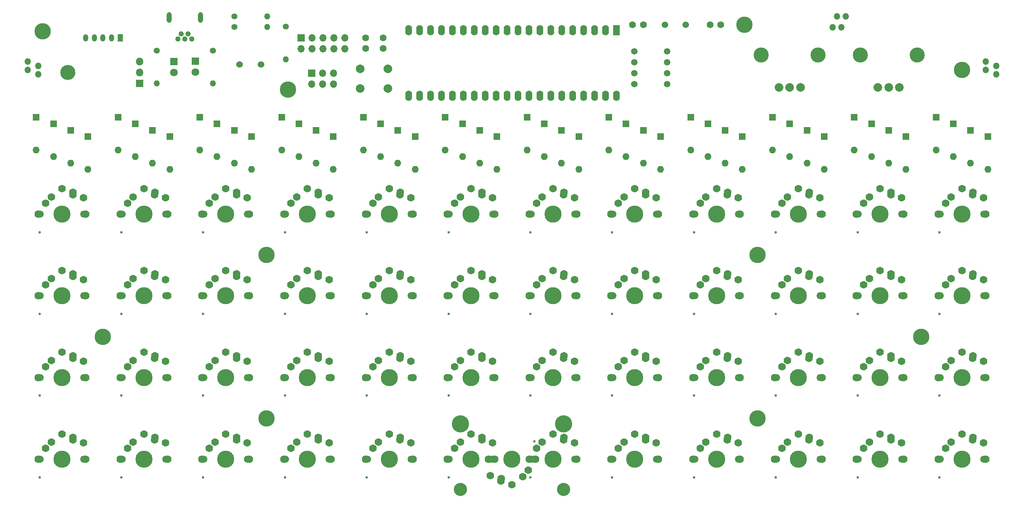
<source format=gts>
G04 #@! TF.FileFunction,Soldermask,Top*
%FSLAX46Y46*%
G04 Gerber Fmt 4.6, Leading zero omitted, Abs format (unit mm)*
G04 Created by KiCad (PCBNEW 4.0.7) date 09/10/18 23:45:49*
%MOMM*%
%LPD*%
G01*
G04 APERTURE LIST*
%ADD10C,0.100000*%
%ADD11C,3.800000*%
%ADD12C,1.500000*%
%ADD13C,1.400000*%
%ADD14O,1.400000X1.400000*%
%ADD15C,1.250000*%
%ADD16O,1.200000X2.500000*%
%ADD17R,1.600000X2.400000*%
%ADD18O,1.600000X2.400000*%
%ADD19C,1.770000*%
%ADD20C,0.600000*%
%ADD21C,1.780000*%
%ADD22C,3.987800*%
%ADD23C,1.680000*%
%ADD24C,2.000000*%
%ADD25C,3.500000*%
%ADD26O,3.500000X3.500000*%
%ADD27R,1.800000X1.800000*%
%ADD28O,1.800000X1.800000*%
%ADD29C,1.600000*%
%ADD30R,1.200000X1.700000*%
%ADD31O,1.200000X1.700000*%
%ADD32R,1.600000X1.600000*%
%ADD33O,1.600000X1.600000*%
%ADD34R,1.700000X1.700000*%
%ADD35O,1.700000X1.700000*%
%ADD36C,3.048000*%
%ADD37C,4.000000*%
%ADD38C,1.800000*%
%ADD39O,1.500000X1.500000*%
%ADD40C,1.524000*%
G04 APERTURE END LIST*
D10*
D11*
X243500000Y-111500000D03*
X202500000Y-39000000D03*
X96500000Y-54000000D03*
X39500000Y-40500000D03*
X205500000Y-92500000D03*
X91500000Y-92500000D03*
X53500000Y-111500000D03*
X91500000Y-130500000D03*
X205500000Y-130500000D03*
D12*
X184520000Y-45190000D03*
X184520000Y-47730000D03*
X184520000Y-50270000D03*
X184520000Y-52810000D03*
X176900000Y-52810000D03*
X176900000Y-50270000D03*
X176900000Y-47730000D03*
X176900000Y-45190000D03*
D13*
X66000000Y-45000000D03*
D14*
X66000000Y-52620000D03*
D13*
X79000000Y-45000000D03*
D14*
X79000000Y-52620000D03*
D15*
X70900000Y-42300000D03*
X71700000Y-41100000D03*
X72500000Y-42300000D03*
X73300000Y-41100000D03*
X74100000Y-42300000D03*
D16*
X68850000Y-37250000D03*
X76150000Y-37250000D03*
D17*
X172760000Y-40260000D03*
D18*
X124500000Y-55500000D03*
X170220000Y-40260000D03*
X127040000Y-55500000D03*
X167680000Y-40260000D03*
X129580000Y-55500000D03*
X165140000Y-40260000D03*
X132120000Y-55500000D03*
X162600000Y-40260000D03*
X134660000Y-55500000D03*
X160060000Y-40260000D03*
X137200000Y-55500000D03*
X157520000Y-40260000D03*
X139740000Y-55500000D03*
X154980000Y-40260000D03*
X142280000Y-55500000D03*
X152440000Y-40260000D03*
X144820000Y-55500000D03*
X149900000Y-40260000D03*
X147360000Y-55500000D03*
X147360000Y-40260000D03*
X149900000Y-55500000D03*
X144820000Y-40260000D03*
X152440000Y-55500000D03*
X142280000Y-40260000D03*
X154980000Y-55500000D03*
X139740000Y-40260000D03*
X157520000Y-55500000D03*
X137200000Y-40260000D03*
X160060000Y-55500000D03*
X134660000Y-40260000D03*
X162600000Y-55500000D03*
X132120000Y-40260000D03*
X165140000Y-55500000D03*
X129580000Y-40260000D03*
X167680000Y-55500000D03*
X127040000Y-40260000D03*
X170220000Y-55500000D03*
X124500000Y-40260000D03*
X172760000Y-55500000D03*
D19*
X41500000Y-79000000D03*
X40190000Y-80460000D03*
X46500000Y-78500000D03*
D20*
X38780000Y-87200000D03*
D19*
X46540000Y-77920000D03*
D21*
X49500000Y-83000000D03*
D19*
X44000000Y-77100000D03*
X49000000Y-79200000D03*
D21*
X38500000Y-83000000D03*
D22*
X44000000Y-83000000D03*
D23*
X49080000Y-83000000D03*
X38920000Y-83000000D03*
D19*
X250500000Y-79000000D03*
X249190000Y-80460000D03*
X255500000Y-78500000D03*
D20*
X247780000Y-87200000D03*
D19*
X255540000Y-77920000D03*
D21*
X258500000Y-83000000D03*
D19*
X253000000Y-77100000D03*
X258000000Y-79200000D03*
D21*
X247500000Y-83000000D03*
D22*
X253000000Y-83000000D03*
D23*
X258080000Y-83000000D03*
X247920000Y-83000000D03*
D19*
X231500000Y-79000000D03*
X230190000Y-80460000D03*
X236500000Y-78500000D03*
D20*
X228780000Y-87200000D03*
D19*
X236540000Y-77920000D03*
D21*
X239500000Y-83000000D03*
D19*
X234000000Y-77100000D03*
X239000000Y-79200000D03*
D21*
X228500000Y-83000000D03*
D22*
X234000000Y-83000000D03*
D23*
X239080000Y-83000000D03*
X228920000Y-83000000D03*
D19*
X212500000Y-79000000D03*
X211190000Y-80460000D03*
X217500000Y-78500000D03*
D20*
X209780000Y-87200000D03*
D19*
X217540000Y-77920000D03*
D21*
X220500000Y-83000000D03*
D19*
X215000000Y-77100000D03*
X220000000Y-79200000D03*
D21*
X209500000Y-83000000D03*
D22*
X215000000Y-83000000D03*
D23*
X220080000Y-83000000D03*
X209920000Y-83000000D03*
D19*
X193500000Y-79000000D03*
X192190000Y-80460000D03*
X198500000Y-78500000D03*
D20*
X190780000Y-87200000D03*
D19*
X198540000Y-77920000D03*
D21*
X201500000Y-83000000D03*
D19*
X196000000Y-77100000D03*
X201000000Y-79200000D03*
D21*
X190500000Y-83000000D03*
D22*
X196000000Y-83000000D03*
D23*
X201080000Y-83000000D03*
X190920000Y-83000000D03*
D19*
X174500000Y-79000000D03*
X173190000Y-80460000D03*
X179500000Y-78500000D03*
D20*
X171780000Y-87200000D03*
D19*
X179540000Y-77920000D03*
D21*
X182500000Y-83000000D03*
D19*
X177000000Y-77100000D03*
X182000000Y-79200000D03*
D21*
X171500000Y-83000000D03*
D22*
X177000000Y-83000000D03*
D23*
X182080000Y-83000000D03*
X171920000Y-83000000D03*
D19*
X155500000Y-79000000D03*
X154190000Y-80460000D03*
X160500000Y-78500000D03*
D20*
X152780000Y-87200000D03*
D19*
X160540000Y-77920000D03*
D21*
X163500000Y-83000000D03*
D19*
X158000000Y-77100000D03*
X163000000Y-79200000D03*
D21*
X152500000Y-83000000D03*
D22*
X158000000Y-83000000D03*
D23*
X163080000Y-83000000D03*
X152920000Y-83000000D03*
D19*
X136500000Y-79000000D03*
X135190000Y-80460000D03*
X141500000Y-78500000D03*
D20*
X133780000Y-87200000D03*
D19*
X141540000Y-77920000D03*
D21*
X144500000Y-83000000D03*
D19*
X139000000Y-77100000D03*
X144000000Y-79200000D03*
D21*
X133500000Y-83000000D03*
D22*
X139000000Y-83000000D03*
D23*
X144080000Y-83000000D03*
X133920000Y-83000000D03*
D19*
X117500000Y-79000000D03*
X116190000Y-80460000D03*
X122500000Y-78500000D03*
D20*
X114780000Y-87200000D03*
D19*
X122540000Y-77920000D03*
D21*
X125500000Y-83000000D03*
D19*
X120000000Y-77100000D03*
X125000000Y-79200000D03*
D21*
X114500000Y-83000000D03*
D22*
X120000000Y-83000000D03*
D23*
X125080000Y-83000000D03*
X114920000Y-83000000D03*
D19*
X98500000Y-79000000D03*
X97190000Y-80460000D03*
X103500000Y-78500000D03*
D20*
X95780000Y-87200000D03*
D19*
X103540000Y-77920000D03*
D21*
X106500000Y-83000000D03*
D19*
X101000000Y-77100000D03*
X106000000Y-79200000D03*
D21*
X95500000Y-83000000D03*
D22*
X101000000Y-83000000D03*
D23*
X106080000Y-83000000D03*
X95920000Y-83000000D03*
D19*
X79500000Y-79000000D03*
X78190000Y-80460000D03*
X84500000Y-78500000D03*
D20*
X76780000Y-87200000D03*
D19*
X84540000Y-77920000D03*
D21*
X87500000Y-83000000D03*
D19*
X82000000Y-77100000D03*
X87000000Y-79200000D03*
D21*
X76500000Y-83000000D03*
D22*
X82000000Y-83000000D03*
D23*
X87080000Y-83000000D03*
X76920000Y-83000000D03*
D19*
X60500000Y-79000000D03*
X59190000Y-80460000D03*
X65500000Y-78500000D03*
D20*
X57780000Y-87200000D03*
D19*
X65540000Y-77920000D03*
D21*
X68500000Y-83000000D03*
D19*
X63000000Y-77100000D03*
X68000000Y-79200000D03*
D21*
X57500000Y-83000000D03*
D22*
X63000000Y-83000000D03*
D23*
X68080000Y-83000000D03*
X57920000Y-83000000D03*
D24*
X236000000Y-53500000D03*
X238500000Y-53500000D03*
X233500000Y-53500000D03*
D25*
X242600000Y-46000000D03*
X229400000Y-46000000D03*
D26*
X45340000Y-50040000D03*
D27*
X62000000Y-52580000D03*
D28*
X62000000Y-50040000D03*
X62000000Y-47500000D03*
D29*
X179000000Y-39000000D03*
X176500000Y-39000000D03*
X194500000Y-39000000D03*
X197000000Y-39000000D03*
D13*
X84000000Y-37000000D03*
D14*
X91620000Y-37000000D03*
D13*
X84000000Y-39500000D03*
D14*
X91620000Y-39500000D03*
D12*
X184000000Y-39000000D03*
X188880000Y-39000000D03*
D29*
X118600000Y-44500000D03*
X118600000Y-42000000D03*
X114500000Y-44500000D03*
X114500000Y-42000000D03*
D30*
X57500000Y-42000000D03*
D31*
X55500000Y-42000000D03*
X53500000Y-42000000D03*
X51500000Y-42000000D03*
X49500000Y-42000000D03*
D13*
X96000000Y-39380000D03*
D14*
X96000000Y-47000000D03*
D32*
X38000000Y-60500000D03*
D33*
X38000000Y-68120000D03*
D32*
X57000000Y-60500000D03*
D33*
X57000000Y-68120000D03*
D32*
X76000000Y-60500000D03*
D33*
X76000000Y-68120000D03*
D32*
X95000000Y-60500000D03*
D33*
X95000000Y-68120000D03*
D32*
X114000000Y-60500000D03*
D33*
X114000000Y-68120000D03*
D32*
X133000000Y-60500000D03*
D33*
X133000000Y-68120000D03*
D32*
X152000000Y-60500000D03*
D33*
X152000000Y-68120000D03*
D32*
X171000000Y-60500000D03*
D33*
X171000000Y-68120000D03*
D32*
X190000000Y-60500000D03*
D33*
X190000000Y-68120000D03*
D32*
X209000000Y-60500000D03*
D33*
X209000000Y-68120000D03*
D32*
X228000000Y-60500000D03*
D33*
X228000000Y-68120000D03*
D32*
X247000000Y-60500000D03*
D33*
X247000000Y-68120000D03*
D32*
X42000000Y-62000000D03*
D33*
X42000000Y-69620000D03*
D32*
X61000000Y-62000000D03*
D33*
X61000000Y-69620000D03*
D32*
X80000000Y-62000000D03*
D33*
X80000000Y-69620000D03*
D32*
X99000000Y-62000000D03*
D33*
X99000000Y-69620000D03*
D32*
X118000000Y-62000000D03*
D33*
X118000000Y-69620000D03*
D32*
X137000000Y-62000000D03*
D33*
X137000000Y-69620000D03*
D32*
X156000000Y-62000000D03*
D33*
X156000000Y-69620000D03*
D32*
X175000000Y-62000000D03*
D33*
X175000000Y-69620000D03*
D32*
X194000000Y-62000000D03*
D33*
X194000000Y-69620000D03*
D32*
X213000000Y-62000000D03*
D33*
X213000000Y-69620000D03*
D32*
X232000000Y-62000000D03*
D33*
X232000000Y-69620000D03*
D32*
X251000000Y-62000000D03*
D33*
X251000000Y-69620000D03*
D32*
X46000000Y-63500000D03*
D33*
X46000000Y-71120000D03*
D32*
X65000000Y-63500000D03*
D33*
X65000000Y-71120000D03*
D32*
X84000000Y-63500000D03*
D33*
X84000000Y-71120000D03*
D32*
X103000000Y-63500000D03*
D33*
X103000000Y-71120000D03*
D32*
X122000000Y-63500000D03*
D33*
X122000000Y-71120000D03*
D32*
X141000000Y-63500000D03*
D33*
X141000000Y-71120000D03*
D32*
X160000000Y-63500000D03*
D33*
X160000000Y-71120000D03*
D32*
X179000000Y-63500000D03*
D33*
X179000000Y-71120000D03*
D32*
X198000000Y-63500000D03*
D33*
X198000000Y-71120000D03*
D32*
X217000000Y-63500000D03*
D33*
X217000000Y-71120000D03*
D32*
X236000000Y-63500000D03*
D33*
X236000000Y-71120000D03*
D32*
X255000000Y-63500000D03*
D33*
X255000000Y-71120000D03*
D32*
X50000000Y-65000000D03*
D33*
X50000000Y-72620000D03*
D32*
X69000000Y-65000000D03*
D33*
X69000000Y-72620000D03*
D32*
X88000000Y-65000000D03*
D33*
X88000000Y-72620000D03*
D32*
X107000000Y-65000000D03*
D33*
X107000000Y-72620000D03*
D32*
X126000000Y-65000000D03*
D33*
X126000000Y-72620000D03*
D32*
X145000000Y-65000000D03*
D33*
X145000000Y-72620000D03*
D32*
X164000000Y-65000000D03*
D33*
X164000000Y-72620000D03*
D32*
X183000000Y-65000000D03*
D33*
X183000000Y-72620000D03*
D32*
X202000000Y-65000000D03*
D33*
X202000000Y-72620000D03*
D32*
X221000000Y-65000000D03*
D33*
X221000000Y-72620000D03*
D32*
X240000000Y-65000000D03*
D33*
X240000000Y-72620000D03*
D32*
X259000000Y-65000000D03*
D33*
X259000000Y-72620000D03*
D19*
X41500000Y-98000000D03*
X40190000Y-99460000D03*
X46500000Y-97500000D03*
D20*
X38780000Y-106200000D03*
D19*
X46540000Y-96920000D03*
D21*
X49500000Y-102000000D03*
D19*
X44000000Y-96100000D03*
X49000000Y-98200000D03*
D21*
X38500000Y-102000000D03*
D22*
X44000000Y-102000000D03*
D23*
X49080000Y-102000000D03*
X38920000Y-102000000D03*
D19*
X60500000Y-98000000D03*
X59190000Y-99460000D03*
X65500000Y-97500000D03*
D20*
X57780000Y-106200000D03*
D19*
X65540000Y-96920000D03*
D21*
X68500000Y-102000000D03*
D19*
X63000000Y-96100000D03*
X68000000Y-98200000D03*
D21*
X57500000Y-102000000D03*
D22*
X63000000Y-102000000D03*
D23*
X68080000Y-102000000D03*
X57920000Y-102000000D03*
D19*
X79500000Y-98000000D03*
X78190000Y-99460000D03*
X84500000Y-97500000D03*
D20*
X76780000Y-106200000D03*
D19*
X84540000Y-96920000D03*
D21*
X87500000Y-102000000D03*
D19*
X82000000Y-96100000D03*
X87000000Y-98200000D03*
D21*
X76500000Y-102000000D03*
D22*
X82000000Y-102000000D03*
D23*
X87080000Y-102000000D03*
X76920000Y-102000000D03*
D19*
X98500000Y-98000000D03*
X97190000Y-99460000D03*
X103500000Y-97500000D03*
D20*
X95780000Y-106200000D03*
D19*
X103540000Y-96920000D03*
D21*
X106500000Y-102000000D03*
D19*
X101000000Y-96100000D03*
X106000000Y-98200000D03*
D21*
X95500000Y-102000000D03*
D22*
X101000000Y-102000000D03*
D23*
X106080000Y-102000000D03*
X95920000Y-102000000D03*
D19*
X117500000Y-98000000D03*
X116190000Y-99460000D03*
X122500000Y-97500000D03*
D20*
X114780000Y-106200000D03*
D19*
X122540000Y-96920000D03*
D21*
X125500000Y-102000000D03*
D19*
X120000000Y-96100000D03*
X125000000Y-98200000D03*
D21*
X114500000Y-102000000D03*
D22*
X120000000Y-102000000D03*
D23*
X125080000Y-102000000D03*
X114920000Y-102000000D03*
D19*
X136500000Y-98000000D03*
X135190000Y-99460000D03*
X141500000Y-97500000D03*
D20*
X133780000Y-106200000D03*
D19*
X141540000Y-96920000D03*
D21*
X144500000Y-102000000D03*
D19*
X139000000Y-96100000D03*
X144000000Y-98200000D03*
D21*
X133500000Y-102000000D03*
D22*
X139000000Y-102000000D03*
D23*
X144080000Y-102000000D03*
X133920000Y-102000000D03*
D19*
X155500000Y-98000000D03*
X154190000Y-99460000D03*
X160500000Y-97500000D03*
D20*
X152780000Y-106200000D03*
D19*
X160540000Y-96920000D03*
D21*
X163500000Y-102000000D03*
D19*
X158000000Y-96100000D03*
X163000000Y-98200000D03*
D21*
X152500000Y-102000000D03*
D22*
X158000000Y-102000000D03*
D23*
X163080000Y-102000000D03*
X152920000Y-102000000D03*
D19*
X174500000Y-98000000D03*
X173190000Y-99460000D03*
X179500000Y-97500000D03*
D20*
X171780000Y-106200000D03*
D19*
X179540000Y-96920000D03*
D21*
X182500000Y-102000000D03*
D19*
X177000000Y-96100000D03*
X182000000Y-98200000D03*
D21*
X171500000Y-102000000D03*
D22*
X177000000Y-102000000D03*
D23*
X182080000Y-102000000D03*
X171920000Y-102000000D03*
D19*
X193500000Y-98000000D03*
X192190000Y-99460000D03*
X198500000Y-97500000D03*
D20*
X190780000Y-106200000D03*
D19*
X198540000Y-96920000D03*
D21*
X201500000Y-102000000D03*
D19*
X196000000Y-96100000D03*
X201000000Y-98200000D03*
D21*
X190500000Y-102000000D03*
D22*
X196000000Y-102000000D03*
D23*
X201080000Y-102000000D03*
X190920000Y-102000000D03*
D19*
X212500000Y-98000000D03*
X211190000Y-99460000D03*
X217500000Y-97500000D03*
D20*
X209780000Y-106200000D03*
D19*
X217540000Y-96920000D03*
D21*
X220500000Y-102000000D03*
D19*
X215000000Y-96100000D03*
X220000000Y-98200000D03*
D21*
X209500000Y-102000000D03*
D22*
X215000000Y-102000000D03*
D23*
X220080000Y-102000000D03*
X209920000Y-102000000D03*
D19*
X231500000Y-98000000D03*
X230190000Y-99460000D03*
X236500000Y-97500000D03*
D20*
X228780000Y-106200000D03*
D19*
X236540000Y-96920000D03*
D21*
X239500000Y-102000000D03*
D19*
X234000000Y-96100000D03*
X239000000Y-98200000D03*
D21*
X228500000Y-102000000D03*
D22*
X234000000Y-102000000D03*
D23*
X239080000Y-102000000D03*
X228920000Y-102000000D03*
D19*
X250500000Y-98000000D03*
X249190000Y-99460000D03*
X255500000Y-97500000D03*
D20*
X247780000Y-106200000D03*
D19*
X255540000Y-96920000D03*
D21*
X258500000Y-102000000D03*
D19*
X253000000Y-96100000D03*
X258000000Y-98200000D03*
D21*
X247500000Y-102000000D03*
D22*
X253000000Y-102000000D03*
D23*
X258080000Y-102000000D03*
X247920000Y-102000000D03*
D19*
X41500000Y-117000000D03*
X40190000Y-118460000D03*
X46500000Y-116500000D03*
D20*
X38780000Y-125200000D03*
D19*
X46540000Y-115920000D03*
D21*
X49500000Y-121000000D03*
D19*
X44000000Y-115100000D03*
X49000000Y-117200000D03*
D21*
X38500000Y-121000000D03*
D22*
X44000000Y-121000000D03*
D23*
X49080000Y-121000000D03*
X38920000Y-121000000D03*
D19*
X60500000Y-117000000D03*
X59190000Y-118460000D03*
X65500000Y-116500000D03*
D20*
X57780000Y-125200000D03*
D19*
X65540000Y-115920000D03*
D21*
X68500000Y-121000000D03*
D19*
X63000000Y-115100000D03*
X68000000Y-117200000D03*
D21*
X57500000Y-121000000D03*
D22*
X63000000Y-121000000D03*
D23*
X68080000Y-121000000D03*
X57920000Y-121000000D03*
D19*
X79500000Y-117000000D03*
X78190000Y-118460000D03*
X84500000Y-116500000D03*
D20*
X76780000Y-125200000D03*
D19*
X84540000Y-115920000D03*
D21*
X87500000Y-121000000D03*
D19*
X82000000Y-115100000D03*
X87000000Y-117200000D03*
D21*
X76500000Y-121000000D03*
D22*
X82000000Y-121000000D03*
D23*
X87080000Y-121000000D03*
X76920000Y-121000000D03*
D19*
X98500000Y-117000000D03*
X97190000Y-118460000D03*
X103500000Y-116500000D03*
D20*
X95780000Y-125200000D03*
D19*
X103540000Y-115920000D03*
D21*
X106500000Y-121000000D03*
D19*
X101000000Y-115100000D03*
X106000000Y-117200000D03*
D21*
X95500000Y-121000000D03*
D22*
X101000000Y-121000000D03*
D23*
X106080000Y-121000000D03*
X95920000Y-121000000D03*
D19*
X117500000Y-117000000D03*
X116190000Y-118460000D03*
X122500000Y-116500000D03*
D20*
X114780000Y-125200000D03*
D19*
X122540000Y-115920000D03*
D21*
X125500000Y-121000000D03*
D19*
X120000000Y-115100000D03*
X125000000Y-117200000D03*
D21*
X114500000Y-121000000D03*
D22*
X120000000Y-121000000D03*
D23*
X125080000Y-121000000D03*
X114920000Y-121000000D03*
D19*
X136500000Y-117000000D03*
X135190000Y-118460000D03*
X141500000Y-116500000D03*
D20*
X133780000Y-125200000D03*
D19*
X141540000Y-115920000D03*
D21*
X144500000Y-121000000D03*
D19*
X139000000Y-115100000D03*
X144000000Y-117200000D03*
D21*
X133500000Y-121000000D03*
D22*
X139000000Y-121000000D03*
D23*
X144080000Y-121000000D03*
X133920000Y-121000000D03*
D19*
X155500000Y-117000000D03*
X154190000Y-118460000D03*
X160500000Y-116500000D03*
D20*
X152780000Y-125200000D03*
D19*
X160540000Y-115920000D03*
D21*
X163500000Y-121000000D03*
D19*
X158000000Y-115100000D03*
X163000000Y-117200000D03*
D21*
X152500000Y-121000000D03*
D22*
X158000000Y-121000000D03*
D23*
X163080000Y-121000000D03*
X152920000Y-121000000D03*
D19*
X174500000Y-117000000D03*
X173190000Y-118460000D03*
X179500000Y-116500000D03*
D20*
X171780000Y-125200000D03*
D19*
X179540000Y-115920000D03*
D21*
X182500000Y-121000000D03*
D19*
X177000000Y-115100000D03*
X182000000Y-117200000D03*
D21*
X171500000Y-121000000D03*
D22*
X177000000Y-121000000D03*
D23*
X182080000Y-121000000D03*
X171920000Y-121000000D03*
D19*
X193500000Y-117000000D03*
X192190000Y-118460000D03*
X198500000Y-116500000D03*
D20*
X190780000Y-125200000D03*
D19*
X198540000Y-115920000D03*
D21*
X201500000Y-121000000D03*
D19*
X196000000Y-115100000D03*
X201000000Y-117200000D03*
D21*
X190500000Y-121000000D03*
D22*
X196000000Y-121000000D03*
D23*
X201080000Y-121000000D03*
X190920000Y-121000000D03*
D19*
X212500000Y-117000000D03*
X211190000Y-118460000D03*
X217500000Y-116500000D03*
D20*
X209780000Y-125200000D03*
D19*
X217540000Y-115920000D03*
D21*
X220500000Y-121000000D03*
D19*
X215000000Y-115100000D03*
X220000000Y-117200000D03*
D21*
X209500000Y-121000000D03*
D22*
X215000000Y-121000000D03*
D23*
X220080000Y-121000000D03*
X209920000Y-121000000D03*
D19*
X231500000Y-117000000D03*
X230190000Y-118460000D03*
X236500000Y-116500000D03*
D20*
X228780000Y-125200000D03*
D19*
X236540000Y-115920000D03*
D21*
X239500000Y-121000000D03*
D19*
X234000000Y-115100000D03*
X239000000Y-117200000D03*
D21*
X228500000Y-121000000D03*
D22*
X234000000Y-121000000D03*
D23*
X239080000Y-121000000D03*
X228920000Y-121000000D03*
D19*
X250500000Y-117000000D03*
X249190000Y-118460000D03*
X255500000Y-116500000D03*
D20*
X247780000Y-125200000D03*
D19*
X255540000Y-115920000D03*
D21*
X258500000Y-121000000D03*
D19*
X253000000Y-115100000D03*
X258000000Y-117200000D03*
D21*
X247500000Y-121000000D03*
D22*
X253000000Y-121000000D03*
D23*
X258080000Y-121000000D03*
X247920000Y-121000000D03*
D19*
X41500000Y-136000000D03*
X40190000Y-137460000D03*
X46500000Y-135500000D03*
D20*
X38780000Y-144200000D03*
D19*
X46540000Y-134920000D03*
D21*
X49500000Y-140000000D03*
D19*
X44000000Y-134100000D03*
X49000000Y-136200000D03*
D21*
X38500000Y-140000000D03*
D22*
X44000000Y-140000000D03*
D23*
X49080000Y-140000000D03*
X38920000Y-140000000D03*
D19*
X60500000Y-136000000D03*
X59190000Y-137460000D03*
X65500000Y-135500000D03*
D20*
X57780000Y-144200000D03*
D19*
X65540000Y-134920000D03*
D21*
X68500000Y-140000000D03*
D19*
X63000000Y-134100000D03*
X68000000Y-136200000D03*
D21*
X57500000Y-140000000D03*
D22*
X63000000Y-140000000D03*
D23*
X68080000Y-140000000D03*
X57920000Y-140000000D03*
D19*
X79500000Y-136000000D03*
X78190000Y-137460000D03*
X84500000Y-135500000D03*
D20*
X76780000Y-144200000D03*
D19*
X84540000Y-134920000D03*
D21*
X87500000Y-140000000D03*
D19*
X82000000Y-134100000D03*
X87000000Y-136200000D03*
D21*
X76500000Y-140000000D03*
D22*
X82000000Y-140000000D03*
D23*
X87080000Y-140000000D03*
X76920000Y-140000000D03*
D19*
X98500000Y-136000000D03*
X97190000Y-137460000D03*
X103500000Y-135500000D03*
D20*
X95780000Y-144200000D03*
D19*
X103540000Y-134920000D03*
D21*
X106500000Y-140000000D03*
D19*
X101000000Y-134100000D03*
X106000000Y-136200000D03*
D21*
X95500000Y-140000000D03*
D22*
X101000000Y-140000000D03*
D23*
X106080000Y-140000000D03*
X95920000Y-140000000D03*
D19*
X117500000Y-136000000D03*
X116190000Y-137460000D03*
X122500000Y-135500000D03*
D20*
X114780000Y-144200000D03*
D19*
X122540000Y-134920000D03*
D21*
X125500000Y-140000000D03*
D19*
X120000000Y-134100000D03*
X125000000Y-136200000D03*
D21*
X114500000Y-140000000D03*
D22*
X120000000Y-140000000D03*
D23*
X125080000Y-140000000D03*
X114920000Y-140000000D03*
D19*
X136500000Y-136000000D03*
X135190000Y-137460000D03*
X141500000Y-135500000D03*
D20*
X133780000Y-144200000D03*
D19*
X141540000Y-134920000D03*
D21*
X144500000Y-140000000D03*
D19*
X139000000Y-134100000D03*
X144000000Y-136200000D03*
D21*
X133500000Y-140000000D03*
D22*
X139000000Y-140000000D03*
D23*
X144080000Y-140000000D03*
X133920000Y-140000000D03*
D19*
X155500000Y-136000000D03*
X154190000Y-137460000D03*
X160500000Y-135500000D03*
D20*
X152780000Y-144200000D03*
D19*
X160540000Y-134920000D03*
D21*
X163500000Y-140000000D03*
D19*
X158000000Y-134100000D03*
X163000000Y-136200000D03*
D21*
X152500000Y-140000000D03*
D22*
X158000000Y-140000000D03*
D23*
X163080000Y-140000000D03*
X152920000Y-140000000D03*
D19*
X174500000Y-136000000D03*
X173190000Y-137460000D03*
X179500000Y-135500000D03*
D20*
X171780000Y-144200000D03*
D19*
X179540000Y-134920000D03*
D21*
X182500000Y-140000000D03*
D19*
X177000000Y-134100000D03*
X182000000Y-136200000D03*
D21*
X171500000Y-140000000D03*
D22*
X177000000Y-140000000D03*
D23*
X182080000Y-140000000D03*
X171920000Y-140000000D03*
D19*
X193500000Y-136000000D03*
X192190000Y-137460000D03*
X198500000Y-135500000D03*
D20*
X190780000Y-144200000D03*
D19*
X198540000Y-134920000D03*
D21*
X201500000Y-140000000D03*
D19*
X196000000Y-134100000D03*
X201000000Y-136200000D03*
D21*
X190500000Y-140000000D03*
D22*
X196000000Y-140000000D03*
D23*
X201080000Y-140000000D03*
X190920000Y-140000000D03*
D19*
X212500000Y-136000000D03*
X211190000Y-137460000D03*
X217500000Y-135500000D03*
D20*
X209780000Y-144200000D03*
D19*
X217540000Y-134920000D03*
D21*
X220500000Y-140000000D03*
D19*
X215000000Y-134100000D03*
X220000000Y-136200000D03*
D21*
X209500000Y-140000000D03*
D22*
X215000000Y-140000000D03*
D23*
X220080000Y-140000000D03*
X209920000Y-140000000D03*
D19*
X231500000Y-136000000D03*
X230190000Y-137460000D03*
X236500000Y-135500000D03*
D20*
X228780000Y-144200000D03*
D19*
X236540000Y-134920000D03*
D21*
X239500000Y-140000000D03*
D19*
X234000000Y-134100000D03*
X239000000Y-136200000D03*
D21*
X228500000Y-140000000D03*
D22*
X234000000Y-140000000D03*
D23*
X239080000Y-140000000D03*
X228920000Y-140000000D03*
D19*
X250500000Y-136000000D03*
X249190000Y-137460000D03*
X255500000Y-135500000D03*
D20*
X247780000Y-144200000D03*
D19*
X255540000Y-134920000D03*
D21*
X258500000Y-140000000D03*
D19*
X253000000Y-134100000D03*
X258000000Y-136200000D03*
D21*
X247500000Y-140000000D03*
D22*
X253000000Y-140000000D03*
D23*
X258080000Y-140000000D03*
X247920000Y-140000000D03*
D19*
X151000000Y-144000000D03*
X152310000Y-142540000D03*
X146000000Y-144500000D03*
D20*
X153720000Y-135800000D03*
D19*
X145960000Y-145080000D03*
D21*
X143000000Y-140000000D03*
D19*
X148500000Y-145900000D03*
X143500000Y-143800000D03*
D21*
X154000000Y-140000000D03*
D22*
X148500000Y-140000000D03*
D23*
X143420000Y-140000000D03*
X153580000Y-140000000D03*
D34*
X99500000Y-42000000D03*
D35*
X99500000Y-44540000D03*
X102040000Y-42000000D03*
X102040000Y-44540000D03*
X104580000Y-42000000D03*
X104580000Y-44540000D03*
X107120000Y-42000000D03*
X107120000Y-44540000D03*
X109660000Y-42000000D03*
X109660000Y-44540000D03*
D34*
X102000000Y-50200000D03*
D35*
X102000000Y-52740000D03*
X104540000Y-50200000D03*
X104540000Y-52740000D03*
X107080000Y-50200000D03*
X107080000Y-52740000D03*
D24*
X213000000Y-53500000D03*
X215500000Y-53500000D03*
X210500000Y-53500000D03*
D25*
X219600000Y-46000000D03*
X206400000Y-46000000D03*
D24*
X119700000Y-49250000D03*
X119700000Y-53750000D03*
X113200000Y-53750000D03*
X113200000Y-49250000D03*
D36*
X160450000Y-146985000D03*
X136550000Y-146985000D03*
D37*
X136550000Y-131745000D03*
X160450000Y-131745000D03*
D27*
X70000000Y-47500000D03*
D38*
X70000000Y-50040000D03*
D27*
X75000000Y-47460000D03*
D38*
X75000000Y-50000000D03*
D39*
X38500000Y-50500000D03*
X36000000Y-49500000D03*
X36000000Y-47500000D03*
X38500000Y-48500000D03*
X258500000Y-47500000D03*
X261000000Y-48500000D03*
X261000000Y-50500000D03*
X258500000Y-49500000D03*
X223000000Y-39562500D03*
X224000000Y-37062500D03*
X226000000Y-37062500D03*
X225000000Y-39562500D03*
D40*
X85200000Y-48200000D03*
X90200000Y-48200000D03*
D11*
X253000000Y-49500000D03*
M02*

</source>
